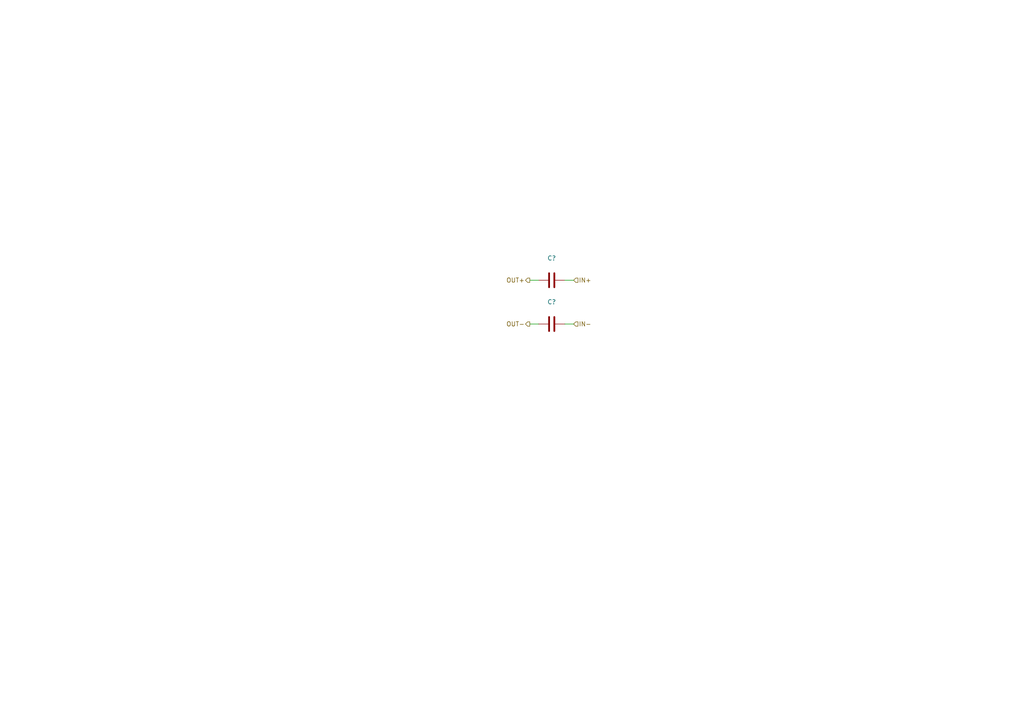
<source format=kicad_sch>
(kicad_sch (version 20211123) (generator eeschema)
  (paper "A4")
  (title_block (title "PCIexpress_x8_low") (company "Author: Luca Anastasio"))
  (lib_symbols
    (symbol "Device:C" (pin_numbers hide) (pin_names (offset 0.254))
      (property "Reference" "C" (at 0.635 2.54 0))
      (property "Value" "C" (at 0.635 -2.54 0))
      (symbol "C_0_1"
        (polyline (pts (xy -2.032 -0.762) (xy 2.032 -0.762)) (stroke (width 0.508)))
        (polyline (pts (xy -2.032 0.762) (xy 2.032 0.762)) (stroke (width 0.508)))
      )
      (symbol "C_1_1"
        (pin passive line (at 0 3.81 270) (length 2.794) (name "~") (number "1"))
        (pin passive line (at 0 -3.81 90) (length 2.794) (name "~") (number "2"))
      )
    )
  )
  (wire (pts (xy 156.21 81.28) (xy 153.67 81.28)))
  (wire (pts (xy 156.21 93.98) (xy 153.67 93.98)))
  (wire (pts (xy 163.83 93.98) (xy 166.37 93.98)))
  (wire (pts (xy 163.83 81.28) (xy 166.37 81.28)))
  (hierarchical_label "OUT+" (shape output) (at 153.67 81.28 180))
  (hierarchical_label "IN-" (shape input) (at 166.37 93.98 0))
  (hierarchical_label "OUT-" (shape output) (at 153.67 93.98 180))
  (hierarchical_label "IN+" (shape input) (at 166.37 81.28 0))
  (symbol (lib_id "Device:C") (at 160.02 81.28 270) (unit 1)
    (property "Reference" "C?" (at 160.02 74.8792 90))
  )
  (symbol (lib_id "Device:C") (at 160.02 93.98 90) (mirror x) (unit 1)
    (property "Reference" "C?" (at 160.02 87.5792 90))
  )
)
</source>
